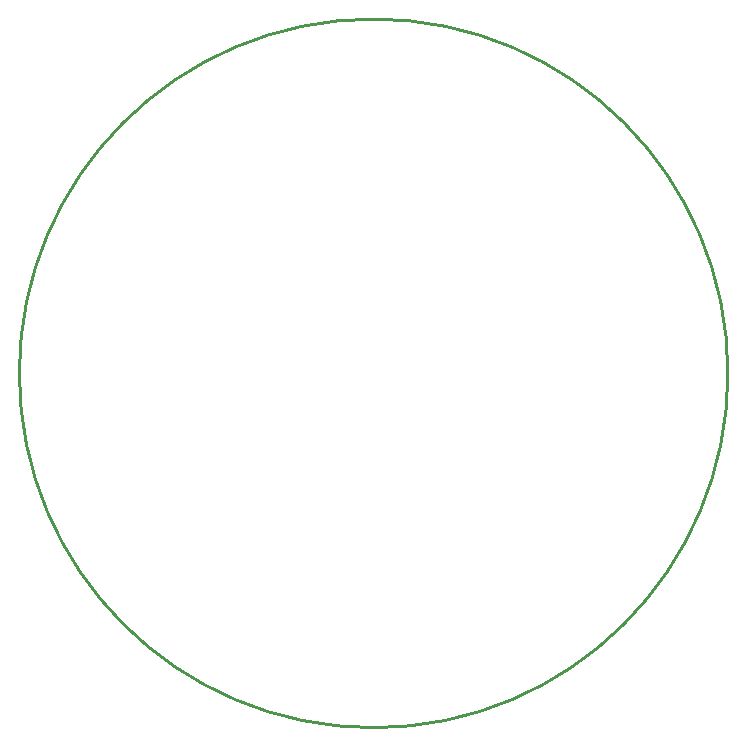
<source format=gm1>
%FSLAX25Y25*%
%MOIN*%
G70*
G01*
G75*
G04 Layer_Color=16711935*
%ADD10C,0.02500*%
%ADD11R,0.11811X0.08661*%
%ADD12R,0.03347X0.02756*%
%ADD13R,0.02756X0.03347*%
%ADD14O,0.03543X0.01969*%
%ADD15O,0.03543X0.01969*%
%ADD16R,0.03543X0.01969*%
%ADD17R,0.01969X0.03150*%
%ADD18R,0.02362X0.03937*%
%ADD19O,0.02500X0.05500*%
%ADD20R,0.02500X0.05500*%
%ADD21R,0.03150X0.01969*%
%ADD22R,0.08661X0.11811*%
%ADD23O,0.05500X0.02500*%
%ADD24R,0.05500X0.02500*%
%ADD25R,0.02165X0.01181*%
%ADD26R,0.03150X0.01181*%
%ADD27R,0.01181X0.02165*%
%ADD28R,0.01181X0.03150*%
%ADD29R,0.03937X0.02362*%
%ADD30O,0.02362X0.07087*%
%ADD31O,0.07087X0.02362*%
%ADD32R,0.07000X0.03150*%
%ADD33R,0.07874X0.06000*%
%ADD34R,0.03937X0.03150*%
G04:AMPARAMS|DCode=35|XSize=35.43mil|YSize=157.48mil|CornerRadius=1.77mil|HoleSize=0mil|Usage=FLASHONLY|Rotation=300.000|XOffset=0mil|YOffset=0mil|HoleType=Round|Shape=RoundedRectangle|*
%AMROUNDEDRECTD35*
21,1,0.03543,0.15394,0,0,300.0*
21,1,0.03189,0.15748,0,0,300.0*
1,1,0.00354,-0.05868,-0.05229*
1,1,0.00354,-0.07463,-0.02468*
1,1,0.00354,0.05868,0.05229*
1,1,0.00354,0.07463,0.02468*
%
%ADD35ROUNDEDRECTD35*%
%ADD36C,0.02000*%
%ADD37C,0.07000*%
%ADD38C,0.00800*%
%ADD39C,0.01000*%
%ADD40C,0.04000*%
%ADD41C,0.05000*%
%ADD42C,0.03000*%
%ADD43R,0.07874X0.11811*%
%ADD44O,0.07874X0.11811*%
%ADD45R,0.05906X0.05906*%
%ADD46C,0.05906*%
%ADD47R,0.05906X0.05906*%
%ADD48C,0.06000*%
G04:AMPARAMS|DCode=49|XSize=51.18mil|YSize=173.23mil|CornerRadius=2.56mil|HoleSize=0mil|Usage=FLASHONLY|Rotation=300.000|XOffset=0mil|YOffset=0mil|HoleType=Round|Shape=RoundedRectangle|*
%AMROUNDEDRECTD49*
21,1,0.05118,0.16811,0,0,300.0*
21,1,0.04606,0.17323,0,0,300.0*
1,1,0.00512,-0.06128,-0.06197*
1,1,0.00512,-0.08431,-0.02208*
1,1,0.00512,0.06128,0.06197*
1,1,0.00512,0.08431,0.02208*
%
%ADD49ROUNDEDRECTD49*%
%ADD50C,0.03000*%
%ADD51C,0.02000*%
%ADD52C,0.05000*%
%ADD53R,0.01575X0.03347*%
%ADD54R,0.02756X0.08268*%
%ADD55R,0.02559X0.04843*%
%ADD56C,0.00500*%
%ADD57C,0.00787*%
%ADD58R,0.11811X0.01575*%
%ADD59R,0.01575X0.11811*%
%ADD60R,0.12611X0.09461*%
%ADD61R,0.04147X0.03556*%
%ADD62R,0.03556X0.04147*%
%ADD63O,0.04343X0.02769*%
%ADD64O,0.04343X0.02769*%
%ADD65R,0.04343X0.02769*%
%ADD66R,0.02769X0.03950*%
%ADD67R,0.03162X0.04737*%
%ADD68O,0.03300X0.06300*%
%ADD69R,0.03300X0.06300*%
%ADD70R,0.03950X0.02769*%
%ADD71R,0.09461X0.12611*%
%ADD72O,0.06300X0.03300*%
%ADD73R,0.06300X0.03300*%
%ADD74R,0.02965X0.01981*%
%ADD75R,0.03950X0.01981*%
%ADD76R,0.01981X0.02965*%
%ADD77R,0.01981X0.03950*%
%ADD78R,0.04737X0.03162*%
%ADD79O,0.03162X0.07887*%
%ADD80O,0.07887X0.03162*%
%ADD81R,0.07800X0.03950*%
%ADD82R,0.08674X0.06800*%
%ADD83R,0.04737X0.03950*%
G04:AMPARAMS|DCode=84|XSize=39.37mil|YSize=161.42mil|CornerRadius=1.97mil|HoleSize=0mil|Usage=FLASHONLY|Rotation=300.000|XOffset=0mil|YOffset=0mil|HoleType=Round|Shape=RoundedRectangle|*
%AMROUNDEDRECTD84*
21,1,0.03937,0.15748,0,0,300.0*
21,1,0.03543,0.16142,0,0,300.0*
1,1,0.00394,-0.05933,-0.05471*
1,1,0.00394,-0.07705,-0.02403*
1,1,0.00394,0.05933,0.05471*
1,1,0.00394,0.07705,0.02403*
%
%ADD84ROUNDEDRECTD84*%
%ADD85R,0.08674X0.12611*%
%ADD86O,0.08674X0.12611*%
%ADD87R,0.06706X0.06706*%
%ADD88C,0.06706*%
%ADD89R,0.06706X0.06706*%
%ADD90C,0.06800*%
G04:AMPARAMS|DCode=91|XSize=55.12mil|YSize=177.16mil|CornerRadius=2.76mil|HoleSize=0mil|Usage=FLASHONLY|Rotation=300.000|XOffset=0mil|YOffset=0mil|HoleType=Round|Shape=RoundedRectangle|*
%AMROUNDEDRECTD91*
21,1,0.05512,0.17165,0,0,300.0*
21,1,0.04961,0.17716,0,0,300.0*
1,1,0.00551,-0.06193,-0.06439*
1,1,0.00551,-0.08673,-0.02143*
1,1,0.00551,0.06193,0.06439*
1,1,0.00551,0.08673,0.02143*
%
%ADD91ROUNDEDRECTD91*%
%ADD92R,0.02375X0.04147*%
%ADD93R,0.03556X0.09068*%
%ADD94R,0.03359X0.05643*%
D39*
X557110Y268500D02*
G03*
X557110Y268500I-118110J0D01*
G01*
D02*
G03*
X557110Y268500I-118110J0D01*
G01*
M02*

</source>
